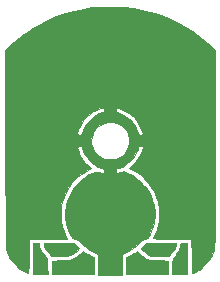
<source format=gbr>
%TF.GenerationSoftware,KiCad,Pcbnew,(5.1.10)-1*%
%TF.CreationDate,2021-10-06T18:31:44-05:00*%
%TF.ProjectId,BYTE_FSR,42595445-5f46-4535-922e-6b696361645f,rev?*%
%TF.SameCoordinates,Original*%
%TF.FileFunction,Copper,L2,Bot*%
%TF.FilePolarity,Positive*%
%FSLAX46Y46*%
G04 Gerber Fmt 4.6, Leading zero omitted, Abs format (unit mm)*
G04 Created by KiCad (PCBNEW (5.1.10)-1) date 2021-10-06 18:31:44*
%MOMM*%
%LPD*%
G01*
G04 APERTURE LIST*
%TA.AperFunction,EtchedComponent*%
%ADD10C,0.010000*%
%TD*%
%TA.AperFunction,ComponentPad*%
%ADD11C,1.000000*%
%TD*%
G04 APERTURE END LIST*
D10*
%TO.C,J1*%
G36*
X126343143Y-79585963D02*
G01*
X126776584Y-79596666D01*
X127072489Y-79607769D01*
X127332697Y-79619765D01*
X127563846Y-79633407D01*
X127772573Y-79649448D01*
X127965512Y-79668639D01*
X128149303Y-79691734D01*
X128330580Y-79719483D01*
X128515982Y-79752641D01*
X128712144Y-79791958D01*
X128925704Y-79838188D01*
X128944938Y-79842476D01*
X129673960Y-80026151D01*
X130382946Y-80247102D01*
X131072046Y-80505392D01*
X131741408Y-80801085D01*
X132391180Y-81134244D01*
X133021512Y-81504935D01*
X133401750Y-81753049D01*
X133618337Y-81903252D01*
X133828363Y-82056216D01*
X134037701Y-82216666D01*
X134252225Y-82389331D01*
X134477807Y-82578937D01*
X134720321Y-82790211D01*
X134985638Y-83027880D01*
X134986138Y-83028334D01*
X135208110Y-83229417D01*
X135208335Y-89727584D01*
X135208251Y-90613565D01*
X135207935Y-91457496D01*
X135207385Y-92259660D01*
X135206600Y-93020339D01*
X135205578Y-93739818D01*
X135204317Y-94418377D01*
X135202815Y-95056301D01*
X135201072Y-95653872D01*
X135199086Y-96211372D01*
X135196854Y-96729085D01*
X135194375Y-97207293D01*
X135191648Y-97646280D01*
X135188670Y-98046327D01*
X135185441Y-98407719D01*
X135181959Y-98730737D01*
X135178221Y-99015664D01*
X135174227Y-99262784D01*
X135169974Y-99472378D01*
X135165461Y-99644730D01*
X135160687Y-99780124D01*
X135155649Y-99878840D01*
X135150347Y-99941163D01*
X135148981Y-99951084D01*
X135105980Y-100156716D01*
X135041610Y-100373108D01*
X134961313Y-100585041D01*
X134870529Y-100777297D01*
X134824419Y-100858796D01*
X134723473Y-101008742D01*
X134596593Y-101171006D01*
X134451691Y-101337289D01*
X134296680Y-101499290D01*
X134139472Y-101648709D01*
X133987980Y-101777247D01*
X133860536Y-101869873D01*
X133786432Y-101915825D01*
X133697337Y-101967335D01*
X133600535Y-102020644D01*
X133503309Y-102071995D01*
X133412944Y-102117629D01*
X133336726Y-102153790D01*
X133281937Y-102176718D01*
X133255863Y-102182655D01*
X133255140Y-102182195D01*
X133253353Y-102159996D01*
X133251243Y-102098901D01*
X133248867Y-102002343D01*
X133246283Y-101873758D01*
X133243547Y-101716581D01*
X133240717Y-101534245D01*
X133237851Y-101330187D01*
X133235006Y-101107841D01*
X133232239Y-100870642D01*
X133230482Y-100707398D01*
X133215224Y-99242000D01*
X131795071Y-99239631D01*
X131547646Y-99239021D01*
X131308121Y-99238053D01*
X131080610Y-99236767D01*
X130869223Y-99235203D01*
X130678074Y-99233403D01*
X130511275Y-99231406D01*
X130372939Y-99229253D01*
X130267178Y-99226984D01*
X130198104Y-99224641D01*
X130182571Y-99223756D01*
X129990226Y-99210250D01*
X130133721Y-98871584D01*
X130218112Y-98666860D01*
X130286863Y-98484971D01*
X130341504Y-98317850D01*
X130383564Y-98157427D01*
X130414572Y-97995633D01*
X130436058Y-97824400D01*
X130449550Y-97635659D01*
X130456579Y-97421341D01*
X130458673Y-97173377D01*
X130458675Y-97157084D01*
X130458122Y-96966649D01*
X130456353Y-96811953D01*
X130453051Y-96686410D01*
X130447895Y-96583436D01*
X130440568Y-96496445D01*
X130430751Y-96418852D01*
X130419732Y-96352750D01*
X130346439Y-96046395D01*
X130238669Y-95729706D01*
X130100341Y-95410173D01*
X129935376Y-95095286D01*
X129747697Y-94792533D01*
X129541222Y-94509404D01*
X129321607Y-94255217D01*
X129119981Y-94056965D01*
X128905760Y-93876627D01*
X128670976Y-93708359D01*
X128407659Y-93546317D01*
X128198774Y-93431715D01*
X127927631Y-93289118D01*
X128221445Y-92990017D01*
X128388760Y-92815170D01*
X128526447Y-92660760D01*
X128638587Y-92521616D01*
X128729261Y-92392566D01*
X128802548Y-92268437D01*
X128824820Y-92225250D01*
X128866896Y-92134406D01*
X128913821Y-92023073D01*
X128961732Y-91901568D01*
X129006770Y-91780209D01*
X129045072Y-91669313D01*
X129072779Y-91579198D01*
X129084109Y-91532389D01*
X129090829Y-91479338D01*
X129079901Y-91451382D01*
X129044525Y-91432695D01*
X129040630Y-91431201D01*
X128978969Y-91413831D01*
X128904522Y-91401222D01*
X128829924Y-91394392D01*
X128767811Y-91394358D01*
X128730819Y-91402139D01*
X128726652Y-91405909D01*
X128714919Y-91435175D01*
X128695213Y-91494545D01*
X128671000Y-91573363D01*
X128660085Y-91610513D01*
X128577758Y-91836888D01*
X128462730Y-92068488D01*
X128321507Y-92294574D01*
X128160597Y-92504411D01*
X128036936Y-92638675D01*
X127876013Y-92783319D01*
X127693158Y-92920428D01*
X127498059Y-93044234D01*
X127300404Y-93148966D01*
X127109882Y-93228855D01*
X126979237Y-93268573D01*
X126900871Y-93291235D01*
X126838305Y-93315706D01*
X126803472Y-93337201D01*
X126801357Y-93339902D01*
X126792827Y-93384923D01*
X126800020Y-93468399D01*
X126810371Y-93529233D01*
X126821636Y-93590696D01*
X126832672Y-93634867D01*
X126849468Y-93662774D01*
X126878010Y-93675446D01*
X126924285Y-93673911D01*
X126994280Y-93659196D01*
X127093982Y-93632330D01*
X127214185Y-93598577D01*
X127482453Y-93523668D01*
X127753935Y-93643725D01*
X128011406Y-93764699D01*
X128237225Y-93887446D01*
X128441760Y-94018869D01*
X128635380Y-94165875D01*
X128828453Y-94335366D01*
X128911442Y-94414497D01*
X129153304Y-94662731D01*
X129359403Y-94903674D01*
X129533861Y-95144229D01*
X129680796Y-95391298D01*
X129804329Y-95651786D01*
X129908580Y-95932595D01*
X129994896Y-96229834D01*
X130039324Y-96419494D01*
X130070562Y-96597881D01*
X130089589Y-96776421D01*
X130097382Y-96966544D01*
X130094920Y-97179677D01*
X130088773Y-97326417D01*
X130066935Y-97626762D01*
X130032260Y-97895303D01*
X129982443Y-98141239D01*
X129915181Y-98373767D01*
X129828169Y-98602087D01*
X129719103Y-98835396D01*
X129702735Y-98867446D01*
X129633962Y-98995218D01*
X129575345Y-99089028D01*
X129521764Y-99154392D01*
X129468098Y-99196830D01*
X129409229Y-99221859D01*
X129364943Y-99231537D01*
X129280714Y-99249745D01*
X129204431Y-99278214D01*
X129128704Y-99321721D01*
X129046144Y-99385043D01*
X128949362Y-99472955D01*
X128868366Y-99552513D01*
X128590653Y-99808199D01*
X128299530Y-100033132D01*
X127999871Y-100224042D01*
X127696550Y-100377661D01*
X127546534Y-100438904D01*
X127337500Y-100517313D01*
X127337500Y-102332334D01*
X125305500Y-102332334D01*
X125305500Y-100515477D01*
X125130875Y-100458508D01*
X124924731Y-100377813D01*
X124703702Y-100267321D01*
X124476088Y-100132654D01*
X124250185Y-99979437D01*
X124034293Y-99813293D01*
X123836710Y-99639846D01*
X123667739Y-99466968D01*
X123583362Y-99375935D01*
X123514727Y-99312845D01*
X123452224Y-99271734D01*
X123386248Y-99246638D01*
X123307189Y-99231596D01*
X123283769Y-99228650D01*
X123174025Y-99203889D01*
X123105602Y-99165876D01*
X123070374Y-99123709D01*
X123023356Y-99049424D01*
X122968159Y-98950335D01*
X122908394Y-98833755D01*
X122847672Y-98706999D01*
X122789603Y-98577381D01*
X122737798Y-98452215D01*
X122695869Y-98338816D01*
X122692765Y-98329625D01*
X122650834Y-98198447D01*
X122617470Y-98078033D01*
X122591731Y-97960870D01*
X122572675Y-97839444D01*
X122559359Y-97706242D01*
X122550843Y-97553750D01*
X122546182Y-97374455D01*
X122544436Y-97160842D01*
X122544402Y-97146500D01*
X122544505Y-96964996D01*
X122545858Y-96819301D01*
X122548790Y-96702900D01*
X122553626Y-96609278D01*
X122560696Y-96531923D01*
X122570325Y-96464318D01*
X122581612Y-96405667D01*
X122676712Y-96053393D01*
X122810042Y-95702561D01*
X122977897Y-95360414D01*
X123176572Y-95034196D01*
X123402364Y-94731150D01*
X123490865Y-94627667D01*
X123769609Y-94345516D01*
X124076900Y-94093943D01*
X124410257Y-93874725D01*
X124767201Y-93689640D01*
X124851422Y-93652492D01*
X124975874Y-93601766D01*
X125074438Y-93569715D01*
X125158764Y-93555445D01*
X125240504Y-93558063D01*
X125331306Y-93576674D01*
X125434692Y-93607744D01*
X125552229Y-93645370D01*
X125636308Y-93670403D01*
X125693636Y-93683633D01*
X125730918Y-93685852D01*
X125754858Y-93677850D01*
X125772162Y-93660419D01*
X125780347Y-93648529D01*
X125804994Y-93592551D01*
X125821649Y-93520027D01*
X125828996Y-93444929D01*
X125825723Y-93381229D01*
X125810516Y-93342899D01*
X125809194Y-93341709D01*
X125777531Y-93324730D01*
X125715404Y-93298325D01*
X125632515Y-93266438D01*
X125559720Y-93240308D01*
X125335389Y-93154720D01*
X125142185Y-93062800D01*
X124968910Y-92957406D01*
X124804367Y-92831399D01*
X124637358Y-92677637D01*
X124569255Y-92608728D01*
X124415597Y-92435635D01*
X124273310Y-92248072D01*
X124152449Y-92059868D01*
X124099433Y-91962448D01*
X124073738Y-91904488D01*
X124039960Y-91818384D01*
X124002736Y-91716369D01*
X123971023Y-91623781D01*
X123938563Y-91529926D01*
X123909355Y-91453076D01*
X123886499Y-91400885D01*
X123873094Y-91381008D01*
X123872702Y-91381003D01*
X123736308Y-91401676D01*
X123637854Y-91420137D01*
X123573079Y-91437517D01*
X123537722Y-91454948D01*
X123527500Y-91472669D01*
X123534570Y-91509930D01*
X123553752Y-91577703D01*
X123582006Y-91666973D01*
X123616293Y-91768723D01*
X123653571Y-91873937D01*
X123690800Y-91973600D01*
X123724941Y-92058695D01*
X123725776Y-92060669D01*
X123855945Y-92320838D01*
X124021504Y-92575253D01*
X124215613Y-92815226D01*
X124431432Y-93032071D01*
X124601709Y-93173005D01*
X124658381Y-93217988D01*
X124698418Y-93253946D01*
X124712834Y-93272465D01*
X124694947Y-93287316D01*
X124646360Y-93315942D01*
X124574680Y-93354101D01*
X124495175Y-93393836D01*
X124175351Y-93568953D01*
X123862653Y-93778063D01*
X123565444Y-94014426D01*
X123292083Y-94271304D01*
X123050933Y-94541958D01*
X123015841Y-94586161D01*
X122776018Y-94927506D01*
X122572775Y-95289169D01*
X122406990Y-95668717D01*
X122279541Y-96063719D01*
X122191309Y-96471742D01*
X122143171Y-96890353D01*
X122136609Y-97019607D01*
X122140722Y-97422391D01*
X122183022Y-97815636D01*
X122264397Y-98203656D01*
X122385737Y-98590767D01*
X122535041Y-98953337D01*
X122579731Y-99051515D01*
X122617322Y-99135141D01*
X122644651Y-99197100D01*
X122658556Y-99230275D01*
X122659667Y-99233795D01*
X122639042Y-99235106D01*
X122579338Y-99236352D01*
X122483807Y-99237517D01*
X122355704Y-99238584D01*
X122198280Y-99239537D01*
X122014791Y-99240358D01*
X121808489Y-99241031D01*
X121582628Y-99241540D01*
X121340461Y-99241868D01*
X121085241Y-99241999D01*
X121053804Y-99242000D01*
X119447940Y-99242000D01*
X119432364Y-100707792D01*
X119429678Y-100952857D01*
X119426971Y-101185264D01*
X119424293Y-101401589D01*
X119421694Y-101598407D01*
X119419225Y-101772293D01*
X119416934Y-101919822D01*
X119414873Y-102037570D01*
X119413090Y-102122111D01*
X119411637Y-102170022D01*
X119410878Y-102179919D01*
X119390722Y-102173715D01*
X119339879Y-102152223D01*
X119265716Y-102118698D01*
X119175601Y-102076397D01*
X119162366Y-102070072D01*
X118841486Y-101896184D01*
X118554630Y-101698258D01*
X118333902Y-101507448D01*
X118166774Y-101335253D01*
X118020543Y-101158258D01*
X117889942Y-100968350D01*
X117769704Y-100757416D01*
X117654561Y-100517342D01*
X117584630Y-100353250D01*
X117480497Y-100099250D01*
X117467445Y-91026461D01*
X124736076Y-91026461D01*
X124737023Y-91121195D01*
X124743900Y-91200861D01*
X124757730Y-91279004D01*
X124773523Y-91345705D01*
X124856843Y-91593248D01*
X124974995Y-91817185D01*
X125126585Y-92015812D01*
X125310217Y-92187429D01*
X125524498Y-92330331D01*
X125620710Y-92380140D01*
X125853076Y-92468450D01*
X126100605Y-92519833D01*
X126356761Y-92533710D01*
X126615004Y-92509501D01*
X126752782Y-92480449D01*
X126957267Y-92415051D01*
X127140492Y-92325950D01*
X127310145Y-92208137D01*
X127473915Y-92056597D01*
X127575182Y-91944314D01*
X127693590Y-91788050D01*
X127783432Y-91627739D01*
X127847182Y-91455756D01*
X127887313Y-91264475D01*
X127906299Y-91046270D01*
X127908633Y-90916347D01*
X127898571Y-90684974D01*
X127866948Y-90483694D01*
X127810540Y-90304443D01*
X127726125Y-90139158D01*
X127610480Y-89979778D01*
X127475722Y-89833411D01*
X127341973Y-89707968D01*
X127218319Y-89611088D01*
X127092911Y-89535130D01*
X126953903Y-89472454D01*
X126866779Y-89440677D01*
X126620137Y-89374217D01*
X126382226Y-89347205D01*
X126160264Y-89357476D01*
X125900434Y-89408707D01*
X125658978Y-89494348D01*
X125439178Y-89612199D01*
X125244320Y-89760057D01*
X125077687Y-89935724D01*
X124942562Y-90136999D01*
X124912998Y-90193250D01*
X124841781Y-90352509D01*
X124791991Y-90505821D01*
X124760091Y-90667699D01*
X124742545Y-90852657D01*
X124740033Y-90903117D01*
X124736076Y-91026461D01*
X117467445Y-91026461D01*
X117466395Y-90296894D01*
X123551756Y-90296894D01*
X123552394Y-90323902D01*
X123560611Y-90358356D01*
X123582243Y-90381915D01*
X123627295Y-90401724D01*
X123686250Y-90419481D01*
X123774947Y-90443005D01*
X123835178Y-90450505D01*
X123875580Y-90436683D01*
X123904792Y-90396245D01*
X123931451Y-90323895D01*
X123951647Y-90256750D01*
X123999209Y-90106588D01*
X124048171Y-89979556D01*
X124106177Y-89858424D01*
X124180866Y-89725963D01*
X124204454Y-89686730D01*
X124396135Y-89409935D01*
X124615529Y-89164447D01*
X124860978Y-88951526D01*
X125130823Y-88772435D01*
X125423405Y-88628438D01*
X125736343Y-88520994D01*
X125860269Y-88486861D01*
X125845454Y-88387556D01*
X125845349Y-88387036D01*
X126790519Y-88387036D01*
X126798934Y-88434490D01*
X126825143Y-88471921D01*
X126875028Y-88505057D01*
X126954469Y-88539630D01*
X127052177Y-88575325D01*
X127344564Y-88695651D01*
X127607752Y-88841432D01*
X127849567Y-89017593D01*
X128057167Y-89207975D01*
X128244502Y-89415638D01*
X128398039Y-89628505D01*
X128524196Y-89857166D01*
X128629391Y-90112213D01*
X128660553Y-90203834D01*
X128689338Y-90287950D01*
X128716122Y-90358360D01*
X128736560Y-90403925D01*
X128742011Y-90412730D01*
X128775017Y-90426841D01*
X128835279Y-90432720D01*
X128908674Y-90431082D01*
X128981081Y-90422644D01*
X129038378Y-90408121D01*
X129059828Y-90396620D01*
X129075409Y-90374668D01*
X129079688Y-90339186D01*
X129071734Y-90283648D01*
X129050619Y-90201528D01*
X129015767Y-90087417D01*
X128961030Y-89935826D01*
X128889287Y-89767415D01*
X128807223Y-89596016D01*
X128721522Y-89435458D01*
X128638868Y-89299572D01*
X128625297Y-89279478D01*
X128526631Y-89150650D01*
X128402336Y-89010468D01*
X128262980Y-88869531D01*
X128119133Y-88738437D01*
X127981361Y-88627784D01*
X127959801Y-88612122D01*
X127791640Y-88501280D01*
X127612065Y-88399218D01*
X127429716Y-88309847D01*
X127253230Y-88237080D01*
X127091245Y-88184829D01*
X126955796Y-88157405D01*
X126885661Y-88155276D01*
X126840111Y-88173701D01*
X126812660Y-88219355D01*
X126796817Y-88298913D01*
X126794017Y-88323830D01*
X126790519Y-88387036D01*
X125845349Y-88387036D01*
X125829780Y-88309946D01*
X125808694Y-88237155D01*
X125801983Y-88219459D01*
X125780460Y-88180747D01*
X125750450Y-88158374D01*
X125705083Y-88152049D01*
X125637489Y-88161477D01*
X125540798Y-88186367D01*
X125475926Y-88205570D01*
X125178175Y-88317050D01*
X124890598Y-88466013D01*
X124618876Y-88648089D01*
X124368691Y-88858906D01*
X124145722Y-89094094D01*
X123955650Y-89349283D01*
X123923515Y-89400009D01*
X123844409Y-89536842D01*
X123769303Y-89682390D01*
X123700996Y-89829681D01*
X123642288Y-89971746D01*
X123595979Y-90101617D01*
X123564869Y-90212322D01*
X123551756Y-90296894D01*
X117466395Y-90296894D01*
X117456243Y-83240290D01*
X117745496Y-82967044D01*
X118161897Y-82588791D01*
X118576211Y-82243797D01*
X118998024Y-81924629D01*
X119436920Y-81623853D01*
X119664584Y-81478778D01*
X120280203Y-81120137D01*
X120920092Y-80795167D01*
X121581431Y-80505006D01*
X122261404Y-80250794D01*
X122957190Y-80033668D01*
X123665972Y-79854768D01*
X123707417Y-79845589D01*
X124085980Y-79767821D01*
X124450740Y-79704677D01*
X124809572Y-79655519D01*
X125170353Y-79619707D01*
X125540957Y-79596603D01*
X125929262Y-79585568D01*
X126343143Y-79585963D01*
G37*
X126343143Y-79585963D02*
X126776584Y-79596666D01*
X127072489Y-79607769D01*
X127332697Y-79619765D01*
X127563846Y-79633407D01*
X127772573Y-79649448D01*
X127965512Y-79668639D01*
X128149303Y-79691734D01*
X128330580Y-79719483D01*
X128515982Y-79752641D01*
X128712144Y-79791958D01*
X128925704Y-79838188D01*
X128944938Y-79842476D01*
X129673960Y-80026151D01*
X130382946Y-80247102D01*
X131072046Y-80505392D01*
X131741408Y-80801085D01*
X132391180Y-81134244D01*
X133021512Y-81504935D01*
X133401750Y-81753049D01*
X133618337Y-81903252D01*
X133828363Y-82056216D01*
X134037701Y-82216666D01*
X134252225Y-82389331D01*
X134477807Y-82578937D01*
X134720321Y-82790211D01*
X134985638Y-83027880D01*
X134986138Y-83028334D01*
X135208110Y-83229417D01*
X135208335Y-89727584D01*
X135208251Y-90613565D01*
X135207935Y-91457496D01*
X135207385Y-92259660D01*
X135206600Y-93020339D01*
X135205578Y-93739818D01*
X135204317Y-94418377D01*
X135202815Y-95056301D01*
X135201072Y-95653872D01*
X135199086Y-96211372D01*
X135196854Y-96729085D01*
X135194375Y-97207293D01*
X135191648Y-97646280D01*
X135188670Y-98046327D01*
X135185441Y-98407719D01*
X135181959Y-98730737D01*
X135178221Y-99015664D01*
X135174227Y-99262784D01*
X135169974Y-99472378D01*
X135165461Y-99644730D01*
X135160687Y-99780124D01*
X135155649Y-99878840D01*
X135150347Y-99941163D01*
X135148981Y-99951084D01*
X135105980Y-100156716D01*
X135041610Y-100373108D01*
X134961313Y-100585041D01*
X134870529Y-100777297D01*
X134824419Y-100858796D01*
X134723473Y-101008742D01*
X134596593Y-101171006D01*
X134451691Y-101337289D01*
X134296680Y-101499290D01*
X134139472Y-101648709D01*
X133987980Y-101777247D01*
X133860536Y-101869873D01*
X133786432Y-101915825D01*
X133697337Y-101967335D01*
X133600535Y-102020644D01*
X133503309Y-102071995D01*
X133412944Y-102117629D01*
X133336726Y-102153790D01*
X133281937Y-102176718D01*
X133255863Y-102182655D01*
X133255140Y-102182195D01*
X133253353Y-102159996D01*
X133251243Y-102098901D01*
X133248867Y-102002343D01*
X133246283Y-101873758D01*
X133243547Y-101716581D01*
X133240717Y-101534245D01*
X133237851Y-101330187D01*
X133235006Y-101107841D01*
X133232239Y-100870642D01*
X133230482Y-100707398D01*
X133215224Y-99242000D01*
X131795071Y-99239631D01*
X131547646Y-99239021D01*
X131308121Y-99238053D01*
X131080610Y-99236767D01*
X130869223Y-99235203D01*
X130678074Y-99233403D01*
X130511275Y-99231406D01*
X130372939Y-99229253D01*
X130267178Y-99226984D01*
X130198104Y-99224641D01*
X130182571Y-99223756D01*
X129990226Y-99210250D01*
X130133721Y-98871584D01*
X130218112Y-98666860D01*
X130286863Y-98484971D01*
X130341504Y-98317850D01*
X130383564Y-98157427D01*
X130414572Y-97995633D01*
X130436058Y-97824400D01*
X130449550Y-97635659D01*
X130456579Y-97421341D01*
X130458673Y-97173377D01*
X130458675Y-97157084D01*
X130458122Y-96966649D01*
X130456353Y-96811953D01*
X130453051Y-96686410D01*
X130447895Y-96583436D01*
X130440568Y-96496445D01*
X130430751Y-96418852D01*
X130419732Y-96352750D01*
X130346439Y-96046395D01*
X130238669Y-95729706D01*
X130100341Y-95410173D01*
X129935376Y-95095286D01*
X129747697Y-94792533D01*
X129541222Y-94509404D01*
X129321607Y-94255217D01*
X129119981Y-94056965D01*
X128905760Y-93876627D01*
X128670976Y-93708359D01*
X128407659Y-93546317D01*
X128198774Y-93431715D01*
X127927631Y-93289118D01*
X128221445Y-92990017D01*
X128388760Y-92815170D01*
X128526447Y-92660760D01*
X128638587Y-92521616D01*
X128729261Y-92392566D01*
X128802548Y-92268437D01*
X128824820Y-92225250D01*
X128866896Y-92134406D01*
X128913821Y-92023073D01*
X128961732Y-91901568D01*
X129006770Y-91780209D01*
X129045072Y-91669313D01*
X129072779Y-91579198D01*
X129084109Y-91532389D01*
X129090829Y-91479338D01*
X129079901Y-91451382D01*
X129044525Y-91432695D01*
X129040630Y-91431201D01*
X128978969Y-91413831D01*
X128904522Y-91401222D01*
X128829924Y-91394392D01*
X128767811Y-91394358D01*
X128730819Y-91402139D01*
X128726652Y-91405909D01*
X128714919Y-91435175D01*
X128695213Y-91494545D01*
X128671000Y-91573363D01*
X128660085Y-91610513D01*
X128577758Y-91836888D01*
X128462730Y-92068488D01*
X128321507Y-92294574D01*
X128160597Y-92504411D01*
X128036936Y-92638675D01*
X127876013Y-92783319D01*
X127693158Y-92920428D01*
X127498059Y-93044234D01*
X127300404Y-93148966D01*
X127109882Y-93228855D01*
X126979237Y-93268573D01*
X126900871Y-93291235D01*
X126838305Y-93315706D01*
X126803472Y-93337201D01*
X126801357Y-93339902D01*
X126792827Y-93384923D01*
X126800020Y-93468399D01*
X126810371Y-93529233D01*
X126821636Y-93590696D01*
X126832672Y-93634867D01*
X126849468Y-93662774D01*
X126878010Y-93675446D01*
X126924285Y-93673911D01*
X126994280Y-93659196D01*
X127093982Y-93632330D01*
X127214185Y-93598577D01*
X127482453Y-93523668D01*
X127753935Y-93643725D01*
X128011406Y-93764699D01*
X128237225Y-93887446D01*
X128441760Y-94018869D01*
X128635380Y-94165875D01*
X128828453Y-94335366D01*
X128911442Y-94414497D01*
X129153304Y-94662731D01*
X129359403Y-94903674D01*
X129533861Y-95144229D01*
X129680796Y-95391298D01*
X129804329Y-95651786D01*
X129908580Y-95932595D01*
X129994896Y-96229834D01*
X130039324Y-96419494D01*
X130070562Y-96597881D01*
X130089589Y-96776421D01*
X130097382Y-96966544D01*
X130094920Y-97179677D01*
X130088773Y-97326417D01*
X130066935Y-97626762D01*
X130032260Y-97895303D01*
X129982443Y-98141239D01*
X129915181Y-98373767D01*
X129828169Y-98602087D01*
X129719103Y-98835396D01*
X129702735Y-98867446D01*
X129633962Y-98995218D01*
X129575345Y-99089028D01*
X129521764Y-99154392D01*
X129468098Y-99196830D01*
X129409229Y-99221859D01*
X129364943Y-99231537D01*
X129280714Y-99249745D01*
X129204431Y-99278214D01*
X129128704Y-99321721D01*
X129046144Y-99385043D01*
X128949362Y-99472955D01*
X128868366Y-99552513D01*
X128590653Y-99808199D01*
X128299530Y-100033132D01*
X127999871Y-100224042D01*
X127696550Y-100377661D01*
X127546534Y-100438904D01*
X127337500Y-100517313D01*
X127337500Y-102332334D01*
X125305500Y-102332334D01*
X125305500Y-100515477D01*
X125130875Y-100458508D01*
X124924731Y-100377813D01*
X124703702Y-100267321D01*
X124476088Y-100132654D01*
X124250185Y-99979437D01*
X124034293Y-99813293D01*
X123836710Y-99639846D01*
X123667739Y-99466968D01*
X123583362Y-99375935D01*
X123514727Y-99312845D01*
X123452224Y-99271734D01*
X123386248Y-99246638D01*
X123307189Y-99231596D01*
X123283769Y-99228650D01*
X123174025Y-99203889D01*
X123105602Y-99165876D01*
X123070374Y-99123709D01*
X123023356Y-99049424D01*
X122968159Y-98950335D01*
X122908394Y-98833755D01*
X122847672Y-98706999D01*
X122789603Y-98577381D01*
X122737798Y-98452215D01*
X122695869Y-98338816D01*
X122692765Y-98329625D01*
X122650834Y-98198447D01*
X122617470Y-98078033D01*
X122591731Y-97960870D01*
X122572675Y-97839444D01*
X122559359Y-97706242D01*
X122550843Y-97553750D01*
X122546182Y-97374455D01*
X122544436Y-97160842D01*
X122544402Y-97146500D01*
X122544505Y-96964996D01*
X122545858Y-96819301D01*
X122548790Y-96702900D01*
X122553626Y-96609278D01*
X122560696Y-96531923D01*
X122570325Y-96464318D01*
X122581612Y-96405667D01*
X122676712Y-96053393D01*
X122810042Y-95702561D01*
X122977897Y-95360414D01*
X123176572Y-95034196D01*
X123402364Y-94731150D01*
X123490865Y-94627667D01*
X123769609Y-94345516D01*
X124076900Y-94093943D01*
X124410257Y-93874725D01*
X124767201Y-93689640D01*
X124851422Y-93652492D01*
X124975874Y-93601766D01*
X125074438Y-93569715D01*
X125158764Y-93555445D01*
X125240504Y-93558063D01*
X125331306Y-93576674D01*
X125434692Y-93607744D01*
X125552229Y-93645370D01*
X125636308Y-93670403D01*
X125693636Y-93683633D01*
X125730918Y-93685852D01*
X125754858Y-93677850D01*
X125772162Y-93660419D01*
X125780347Y-93648529D01*
X125804994Y-93592551D01*
X125821649Y-93520027D01*
X125828996Y-93444929D01*
X125825723Y-93381229D01*
X125810516Y-93342899D01*
X125809194Y-93341709D01*
X125777531Y-93324730D01*
X125715404Y-93298325D01*
X125632515Y-93266438D01*
X125559720Y-93240308D01*
X125335389Y-93154720D01*
X125142185Y-93062800D01*
X124968910Y-92957406D01*
X124804367Y-92831399D01*
X124637358Y-92677637D01*
X124569255Y-92608728D01*
X124415597Y-92435635D01*
X124273310Y-92248072D01*
X124152449Y-92059868D01*
X124099433Y-91962448D01*
X124073738Y-91904488D01*
X124039960Y-91818384D01*
X124002736Y-91716369D01*
X123971023Y-91623781D01*
X123938563Y-91529926D01*
X123909355Y-91453076D01*
X123886499Y-91400885D01*
X123873094Y-91381008D01*
X123872702Y-91381003D01*
X123736308Y-91401676D01*
X123637854Y-91420137D01*
X123573079Y-91437517D01*
X123537722Y-91454948D01*
X123527500Y-91472669D01*
X123534570Y-91509930D01*
X123553752Y-91577703D01*
X123582006Y-91666973D01*
X123616293Y-91768723D01*
X123653571Y-91873937D01*
X123690800Y-91973600D01*
X123724941Y-92058695D01*
X123725776Y-92060669D01*
X123855945Y-92320838D01*
X124021504Y-92575253D01*
X124215613Y-92815226D01*
X124431432Y-93032071D01*
X124601709Y-93173005D01*
X124658381Y-93217988D01*
X124698418Y-93253946D01*
X124712834Y-93272465D01*
X124694947Y-93287316D01*
X124646360Y-93315942D01*
X124574680Y-93354101D01*
X124495175Y-93393836D01*
X124175351Y-93568953D01*
X123862653Y-93778063D01*
X123565444Y-94014426D01*
X123292083Y-94271304D01*
X123050933Y-94541958D01*
X123015841Y-94586161D01*
X122776018Y-94927506D01*
X122572775Y-95289169D01*
X122406990Y-95668717D01*
X122279541Y-96063719D01*
X122191309Y-96471742D01*
X122143171Y-96890353D01*
X122136609Y-97019607D01*
X122140722Y-97422391D01*
X122183022Y-97815636D01*
X122264397Y-98203656D01*
X122385737Y-98590767D01*
X122535041Y-98953337D01*
X122579731Y-99051515D01*
X122617322Y-99135141D01*
X122644651Y-99197100D01*
X122658556Y-99230275D01*
X122659667Y-99233795D01*
X122639042Y-99235106D01*
X122579338Y-99236352D01*
X122483807Y-99237517D01*
X122355704Y-99238584D01*
X122198280Y-99239537D01*
X122014791Y-99240358D01*
X121808489Y-99241031D01*
X121582628Y-99241540D01*
X121340461Y-99241868D01*
X121085241Y-99241999D01*
X121053804Y-99242000D01*
X119447940Y-99242000D01*
X119432364Y-100707792D01*
X119429678Y-100952857D01*
X119426971Y-101185264D01*
X119424293Y-101401589D01*
X119421694Y-101598407D01*
X119419225Y-101772293D01*
X119416934Y-101919822D01*
X119414873Y-102037570D01*
X119413090Y-102122111D01*
X119411637Y-102170022D01*
X119410878Y-102179919D01*
X119390722Y-102173715D01*
X119339879Y-102152223D01*
X119265716Y-102118698D01*
X119175601Y-102076397D01*
X119162366Y-102070072D01*
X118841486Y-101896184D01*
X118554630Y-101698258D01*
X118333902Y-101507448D01*
X118166774Y-101335253D01*
X118020543Y-101158258D01*
X117889942Y-100968350D01*
X117769704Y-100757416D01*
X117654561Y-100517342D01*
X117584630Y-100353250D01*
X117480497Y-100099250D01*
X117467445Y-91026461D01*
X124736076Y-91026461D01*
X124737023Y-91121195D01*
X124743900Y-91200861D01*
X124757730Y-91279004D01*
X124773523Y-91345705D01*
X124856843Y-91593248D01*
X124974995Y-91817185D01*
X125126585Y-92015812D01*
X125310217Y-92187429D01*
X125524498Y-92330331D01*
X125620710Y-92380140D01*
X125853076Y-92468450D01*
X126100605Y-92519833D01*
X126356761Y-92533710D01*
X126615004Y-92509501D01*
X126752782Y-92480449D01*
X126957267Y-92415051D01*
X127140492Y-92325950D01*
X127310145Y-92208137D01*
X127473915Y-92056597D01*
X127575182Y-91944314D01*
X127693590Y-91788050D01*
X127783432Y-91627739D01*
X127847182Y-91455756D01*
X127887313Y-91264475D01*
X127906299Y-91046270D01*
X127908633Y-90916347D01*
X127898571Y-90684974D01*
X127866948Y-90483694D01*
X127810540Y-90304443D01*
X127726125Y-90139158D01*
X127610480Y-89979778D01*
X127475722Y-89833411D01*
X127341973Y-89707968D01*
X127218319Y-89611088D01*
X127092911Y-89535130D01*
X126953903Y-89472454D01*
X126866779Y-89440677D01*
X126620137Y-89374217D01*
X126382226Y-89347205D01*
X126160264Y-89357476D01*
X125900434Y-89408707D01*
X125658978Y-89494348D01*
X125439178Y-89612199D01*
X125244320Y-89760057D01*
X125077687Y-89935724D01*
X124942562Y-90136999D01*
X124912998Y-90193250D01*
X124841781Y-90352509D01*
X124791991Y-90505821D01*
X124760091Y-90667699D01*
X124742545Y-90852657D01*
X124740033Y-90903117D01*
X124736076Y-91026461D01*
X117467445Y-91026461D01*
X117466395Y-90296894D01*
X123551756Y-90296894D01*
X123552394Y-90323902D01*
X123560611Y-90358356D01*
X123582243Y-90381915D01*
X123627295Y-90401724D01*
X123686250Y-90419481D01*
X123774947Y-90443005D01*
X123835178Y-90450505D01*
X123875580Y-90436683D01*
X123904792Y-90396245D01*
X123931451Y-90323895D01*
X123951647Y-90256750D01*
X123999209Y-90106588D01*
X124048171Y-89979556D01*
X124106177Y-89858424D01*
X124180866Y-89725963D01*
X124204454Y-89686730D01*
X124396135Y-89409935D01*
X124615529Y-89164447D01*
X124860978Y-88951526D01*
X125130823Y-88772435D01*
X125423405Y-88628438D01*
X125736343Y-88520994D01*
X125860269Y-88486861D01*
X125845454Y-88387556D01*
X125845349Y-88387036D01*
X126790519Y-88387036D01*
X126798934Y-88434490D01*
X126825143Y-88471921D01*
X126875028Y-88505057D01*
X126954469Y-88539630D01*
X127052177Y-88575325D01*
X127344564Y-88695651D01*
X127607752Y-88841432D01*
X127849567Y-89017593D01*
X128057167Y-89207975D01*
X128244502Y-89415638D01*
X128398039Y-89628505D01*
X128524196Y-89857166D01*
X128629391Y-90112213D01*
X128660553Y-90203834D01*
X128689338Y-90287950D01*
X128716122Y-90358360D01*
X128736560Y-90403925D01*
X128742011Y-90412730D01*
X128775017Y-90426841D01*
X128835279Y-90432720D01*
X128908674Y-90431082D01*
X128981081Y-90422644D01*
X129038378Y-90408121D01*
X129059828Y-90396620D01*
X129075409Y-90374668D01*
X129079688Y-90339186D01*
X129071734Y-90283648D01*
X129050619Y-90201528D01*
X129015767Y-90087417D01*
X128961030Y-89935826D01*
X128889287Y-89767415D01*
X128807223Y-89596016D01*
X128721522Y-89435458D01*
X128638868Y-89299572D01*
X128625297Y-89279478D01*
X128526631Y-89150650D01*
X128402336Y-89010468D01*
X128262980Y-88869531D01*
X128119133Y-88738437D01*
X127981361Y-88627784D01*
X127959801Y-88612122D01*
X127791640Y-88501280D01*
X127612065Y-88399218D01*
X127429716Y-88309847D01*
X127253230Y-88237080D01*
X127091245Y-88184829D01*
X126955796Y-88157405D01*
X126885661Y-88155276D01*
X126840111Y-88173701D01*
X126812660Y-88219355D01*
X126796817Y-88298913D01*
X126794017Y-88323830D01*
X126790519Y-88387036D01*
X125845349Y-88387036D01*
X125829780Y-88309946D01*
X125808694Y-88237155D01*
X125801983Y-88219459D01*
X125780460Y-88180747D01*
X125750450Y-88158374D01*
X125705083Y-88152049D01*
X125637489Y-88161477D01*
X125540798Y-88186367D01*
X125475926Y-88205570D01*
X125178175Y-88317050D01*
X124890598Y-88466013D01*
X124618876Y-88648089D01*
X124368691Y-88858906D01*
X124145722Y-89094094D01*
X123955650Y-89349283D01*
X123923515Y-89400009D01*
X123844409Y-89536842D01*
X123769303Y-89682390D01*
X123700996Y-89829681D01*
X123642288Y-89971746D01*
X123595979Y-90101617D01*
X123564869Y-90212322D01*
X123551756Y-90296894D01*
X117466395Y-90296894D01*
X117456243Y-83240290D01*
X117745496Y-82967044D01*
X118161897Y-82588791D01*
X118576211Y-82243797D01*
X118998024Y-81924629D01*
X119436920Y-81623853D01*
X119664584Y-81478778D01*
X120280203Y-81120137D01*
X120920092Y-80795167D01*
X121581431Y-80505006D01*
X122261404Y-80250794D01*
X122957190Y-80033668D01*
X123665972Y-79854768D01*
X123707417Y-79845589D01*
X124085980Y-79767821D01*
X124450740Y-79704677D01*
X124809572Y-79655519D01*
X125170353Y-79619707D01*
X125540957Y-79596603D01*
X125929262Y-79585568D01*
X126343143Y-79585963D01*
G36*
X120299030Y-99723542D02*
G01*
X120342040Y-99927161D01*
X120421690Y-100127996D01*
X120539660Y-100329476D01*
X120696040Y-100533167D01*
X120814886Y-100678383D01*
X120903048Y-100800121D01*
X120962717Y-100901572D01*
X120986663Y-100956500D01*
X120996529Y-101003467D01*
X121005069Y-101087391D01*
X121012354Y-101209537D01*
X121018455Y-101371169D01*
X121023443Y-101573554D01*
X121024486Y-101628542D01*
X121035266Y-102226500D01*
X119802167Y-102226500D01*
X119802167Y-101197960D01*
X119958002Y-101197960D01*
X119961400Y-101238003D01*
X120003523Y-101351892D01*
X120073825Y-101442872D01*
X120164965Y-101507118D01*
X120269599Y-101540807D01*
X120380387Y-101540117D01*
X120478561Y-101507313D01*
X120575142Y-101436899D01*
X120637455Y-101341645D01*
X120665556Y-101221467D01*
X120665560Y-101221425D01*
X120656993Y-101101138D01*
X120614295Y-100996639D01*
X120543402Y-100913459D01*
X120450248Y-100857127D01*
X120340771Y-100833172D01*
X120255143Y-100839082D01*
X120169604Y-100873067D01*
X120089672Y-100936063D01*
X120022796Y-101017954D01*
X119976423Y-101108625D01*
X119958002Y-101197960D01*
X119802167Y-101197960D01*
X119802167Y-99601834D01*
X120284122Y-99601834D01*
X120299030Y-99723542D01*
G37*
X120299030Y-99723542D02*
X120342040Y-99927161D01*
X120421690Y-100127996D01*
X120539660Y-100329476D01*
X120696040Y-100533167D01*
X120814886Y-100678383D01*
X120903048Y-100800121D01*
X120962717Y-100901572D01*
X120986663Y-100956500D01*
X120996529Y-101003467D01*
X121005069Y-101087391D01*
X121012354Y-101209537D01*
X121018455Y-101371169D01*
X121023443Y-101573554D01*
X121024486Y-101628542D01*
X121035266Y-102226500D01*
X119802167Y-102226500D01*
X119802167Y-101197960D01*
X119958002Y-101197960D01*
X119961400Y-101238003D01*
X120003523Y-101351892D01*
X120073825Y-101442872D01*
X120164965Y-101507118D01*
X120269599Y-101540807D01*
X120380387Y-101540117D01*
X120478561Y-101507313D01*
X120575142Y-101436899D01*
X120637455Y-101341645D01*
X120665556Y-101221467D01*
X120665560Y-101221425D01*
X120656993Y-101101138D01*
X120614295Y-100996639D01*
X120543402Y-100913459D01*
X120450248Y-100857127D01*
X120340771Y-100833172D01*
X120255143Y-100839082D01*
X120169604Y-100873067D01*
X120089672Y-100936063D01*
X120022796Y-101017954D01*
X119976423Y-101108625D01*
X119958002Y-101197960D01*
X119802167Y-101197960D01*
X119802167Y-99601834D01*
X120284122Y-99601834D01*
X120299030Y-99723542D01*
G36*
X124220223Y-100436375D02*
G01*
X124333041Y-100502391D01*
X124465530Y-100574786D01*
X124598455Y-100643256D01*
X124680334Y-100682809D01*
X124924500Y-100796431D01*
X124924500Y-102226500D01*
X121389667Y-102226500D01*
X121389667Y-101146162D01*
X123982219Y-101146162D01*
X123986156Y-101253337D01*
X124023926Y-101357016D01*
X124094285Y-101449531D01*
X124171206Y-101509142D01*
X124258087Y-101541166D01*
X124360906Y-101548580D01*
X124461267Y-101531532D01*
X124518272Y-101506317D01*
X124585652Y-101443248D01*
X124637017Y-101352185D01*
X124665968Y-101246361D01*
X124670035Y-101192532D01*
X124652943Y-101072819D01*
X124604788Y-100975052D01*
X124532223Y-100901947D01*
X124441898Y-100856218D01*
X124340464Y-100840581D01*
X124234573Y-100857751D01*
X124130874Y-100910441D01*
X124080823Y-100952012D01*
X124013360Y-101043164D01*
X123982219Y-101146162D01*
X121389667Y-101146162D01*
X121389667Y-101108467D01*
X121564292Y-101096686D01*
X121635566Y-101092917D01*
X121740720Y-101088738D01*
X121871305Y-101084417D01*
X122018871Y-101080220D01*
X122174972Y-101076414D01*
X122268084Y-101074452D01*
X122421636Y-101070554D01*
X122568320Y-101065228D01*
X122700513Y-101058875D01*
X122810595Y-101051893D01*
X122890945Y-101044684D01*
X122923738Y-101040043D01*
X123099275Y-100991134D01*
X123276694Y-100909626D01*
X123459248Y-100793531D01*
X123650191Y-100640862D01*
X123792348Y-100509456D01*
X124004278Y-100303562D01*
X124220223Y-100436375D01*
G37*
X124220223Y-100436375D02*
X124333041Y-100502391D01*
X124465530Y-100574786D01*
X124598455Y-100643256D01*
X124680334Y-100682809D01*
X124924500Y-100796431D01*
X124924500Y-102226500D01*
X121389667Y-102226500D01*
X121389667Y-101146162D01*
X123982219Y-101146162D01*
X123986156Y-101253337D01*
X124023926Y-101357016D01*
X124094285Y-101449531D01*
X124171206Y-101509142D01*
X124258087Y-101541166D01*
X124360906Y-101548580D01*
X124461267Y-101531532D01*
X124518272Y-101506317D01*
X124585652Y-101443248D01*
X124637017Y-101352185D01*
X124665968Y-101246361D01*
X124670035Y-101192532D01*
X124652943Y-101072819D01*
X124604788Y-100975052D01*
X124532223Y-100901947D01*
X124441898Y-100856218D01*
X124340464Y-100840581D01*
X124234573Y-100857751D01*
X124130874Y-100910441D01*
X124080823Y-100952012D01*
X124013360Y-101043164D01*
X123982219Y-101146162D01*
X121389667Y-101146162D01*
X121389667Y-101108467D01*
X121564292Y-101096686D01*
X121635566Y-101092917D01*
X121740720Y-101088738D01*
X121871305Y-101084417D01*
X122018871Y-101080220D01*
X122174972Y-101076414D01*
X122268084Y-101074452D01*
X122421636Y-101070554D01*
X122568320Y-101065228D01*
X122700513Y-101058875D01*
X122810595Y-101051893D01*
X122890945Y-101044684D01*
X122923738Y-101040043D01*
X123099275Y-100991134D01*
X123276694Y-100909626D01*
X123459248Y-100793531D01*
X123650191Y-100640862D01*
X123792348Y-100509456D01*
X124004278Y-100303562D01*
X124220223Y-100436375D01*
G36*
X128826460Y-100495363D02*
G01*
X129016853Y-100672019D01*
X129210345Y-100820152D01*
X129400553Y-100935154D01*
X129500147Y-100982062D01*
X129583451Y-101010827D01*
X129685639Y-101034190D01*
X129810669Y-101052517D01*
X129962501Y-101066175D01*
X130145093Y-101075529D01*
X130362404Y-101080946D01*
X130588770Y-101082753D01*
X130722792Y-101083768D01*
X130852149Y-101086108D01*
X130966807Y-101089492D01*
X131056730Y-101093639D01*
X131102062Y-101097099D01*
X131232167Y-101110697D01*
X131232167Y-102226500D01*
X127697334Y-102226500D01*
X127697334Y-101234949D01*
X127972391Y-101234949D01*
X128001849Y-101342535D01*
X128067701Y-101439669D01*
X128140176Y-101501038D01*
X128239139Y-101543445D01*
X128348090Y-101547455D01*
X128459739Y-101513319D01*
X128504340Y-101488522D01*
X128597308Y-101407605D01*
X128653013Y-101306764D01*
X128671000Y-101190375D01*
X128655699Y-101085511D01*
X128606731Y-100993529D01*
X128536070Y-100919336D01*
X128435388Y-100855448D01*
X128328937Y-100832411D01*
X128222016Y-100850213D01*
X128119924Y-100908846D01*
X128106478Y-100920172D01*
X128024295Y-101016700D01*
X127979736Y-101123982D01*
X127972391Y-101234949D01*
X127697334Y-101234949D01*
X127697334Y-100808636D01*
X127969652Y-100672177D01*
X128090008Y-100610264D01*
X128217773Y-100541872D01*
X128337890Y-100475211D01*
X128435296Y-100418489D01*
X128437320Y-100417264D01*
X128632669Y-100298809D01*
X128826460Y-100495363D01*
G37*
X128826460Y-100495363D02*
X129016853Y-100672019D01*
X129210345Y-100820152D01*
X129400553Y-100935154D01*
X129500147Y-100982062D01*
X129583451Y-101010827D01*
X129685639Y-101034190D01*
X129810669Y-101052517D01*
X129962501Y-101066175D01*
X130145093Y-101075529D01*
X130362404Y-101080946D01*
X130588770Y-101082753D01*
X130722792Y-101083768D01*
X130852149Y-101086108D01*
X130966807Y-101089492D01*
X131056730Y-101093639D01*
X131102062Y-101097099D01*
X131232167Y-101110697D01*
X131232167Y-102226500D01*
X127697334Y-102226500D01*
X127697334Y-101234949D01*
X127972391Y-101234949D01*
X128001849Y-101342535D01*
X128067701Y-101439669D01*
X128140176Y-101501038D01*
X128239139Y-101543445D01*
X128348090Y-101547455D01*
X128459739Y-101513319D01*
X128504340Y-101488522D01*
X128597308Y-101407605D01*
X128653013Y-101306764D01*
X128671000Y-101190375D01*
X128655699Y-101085511D01*
X128606731Y-100993529D01*
X128536070Y-100919336D01*
X128435388Y-100855448D01*
X128328937Y-100832411D01*
X128222016Y-100850213D01*
X128119924Y-100908846D01*
X128106478Y-100920172D01*
X128024295Y-101016700D01*
X127979736Y-101123982D01*
X127972391Y-101234949D01*
X127697334Y-101234949D01*
X127697334Y-100808636D01*
X127969652Y-100672177D01*
X128090008Y-100610264D01*
X128217773Y-100541872D01*
X128337890Y-100475211D01*
X128435296Y-100418489D01*
X128437320Y-100417264D01*
X128632669Y-100298809D01*
X128826460Y-100495363D01*
G36*
X132819667Y-102226500D02*
G01*
X131592000Y-102226500D01*
X131592368Y-101723792D01*
X131593847Y-101511655D01*
X131599068Y-101335523D01*
X131608751Y-101202346D01*
X131973000Y-101202346D01*
X131992135Y-101298988D01*
X132043724Y-101393351D01*
X132119044Y-101473331D01*
X132205834Y-101525445D01*
X132288532Y-101544098D01*
X132384005Y-101545373D01*
X132471101Y-101529851D01*
X132502395Y-101517299D01*
X132560033Y-101469836D01*
X132615407Y-101394568D01*
X132659769Y-101305521D01*
X132682456Y-101228542D01*
X132684019Y-101150032D01*
X132657372Y-101062852D01*
X132654153Y-101055456D01*
X132591392Y-100957110D01*
X132509164Y-100890330D01*
X132414434Y-100853612D01*
X132314167Y-100845455D01*
X132215329Y-100864357D01*
X132124886Y-100908815D01*
X132049803Y-100977328D01*
X131997044Y-101068393D01*
X131973576Y-101180508D01*
X131973000Y-101202346D01*
X131608751Y-101202346D01*
X131609713Y-101189118D01*
X131627466Y-101066162D01*
X131654010Y-100960375D01*
X131691027Y-100865481D01*
X131740202Y-100775200D01*
X131803217Y-100683254D01*
X131881756Y-100583366D01*
X131905962Y-100554076D01*
X132034390Y-100390508D01*
X132131930Y-100243235D01*
X132202375Y-100104276D01*
X132249519Y-99965650D01*
X132277155Y-99819377D01*
X132283319Y-99760268D01*
X132296712Y-99601834D01*
X132819667Y-99601834D01*
X132819667Y-102226500D01*
G37*
X132819667Y-102226500D02*
X131592000Y-102226500D01*
X131592368Y-101723792D01*
X131593847Y-101511655D01*
X131599068Y-101335523D01*
X131608751Y-101202346D01*
X131973000Y-101202346D01*
X131992135Y-101298988D01*
X132043724Y-101393351D01*
X132119044Y-101473331D01*
X132205834Y-101525445D01*
X132288532Y-101544098D01*
X132384005Y-101545373D01*
X132471101Y-101529851D01*
X132502395Y-101517299D01*
X132560033Y-101469836D01*
X132615407Y-101394568D01*
X132659769Y-101305521D01*
X132682456Y-101228542D01*
X132684019Y-101150032D01*
X132657372Y-101062852D01*
X132654153Y-101055456D01*
X132591392Y-100957110D01*
X132509164Y-100890330D01*
X132414434Y-100853612D01*
X132314167Y-100845455D01*
X132215329Y-100864357D01*
X132124886Y-100908815D01*
X132049803Y-100977328D01*
X131997044Y-101068393D01*
X131973576Y-101180508D01*
X131973000Y-101202346D01*
X131608751Y-101202346D01*
X131609713Y-101189118D01*
X131627466Y-101066162D01*
X131654010Y-100960375D01*
X131691027Y-100865481D01*
X131740202Y-100775200D01*
X131803217Y-100683254D01*
X131881756Y-100583366D01*
X131905962Y-100554076D01*
X132034390Y-100390508D01*
X132131930Y-100243235D01*
X132202375Y-100104276D01*
X132249519Y-99965650D01*
X132277155Y-99819377D01*
X132283319Y-99760268D01*
X132296712Y-99601834D01*
X132819667Y-99601834D01*
X132819667Y-102226500D01*
G36*
X123485545Y-99825399D02*
G01*
X123707417Y-100048965D01*
X123501665Y-100247751D01*
X123413981Y-100329967D01*
X123325475Y-100408664D01*
X123246215Y-100475141D01*
X123186273Y-100520694D01*
X123184165Y-100522130D01*
X123117472Y-100563435D01*
X123046474Y-100598576D01*
X122967021Y-100628181D01*
X122874961Y-100652879D01*
X122766140Y-100673298D01*
X122636408Y-100690066D01*
X122481613Y-100703812D01*
X122297602Y-100715164D01*
X122080223Y-100724750D01*
X121825325Y-100733199D01*
X121781080Y-100734479D01*
X121315242Y-100747736D01*
X121259241Y-100635160D01*
X121218037Y-100564782D01*
X121159203Y-100479513D01*
X121093978Y-100395422D01*
X121079495Y-100378217D01*
X120951398Y-100224631D01*
X120898116Y-100155291D01*
X121971578Y-100155291D01*
X121973832Y-100251899D01*
X122010870Y-100350091D01*
X122076538Y-100440680D01*
X122164680Y-100514480D01*
X122236966Y-100551429D01*
X122297715Y-100563462D01*
X122369673Y-100552906D01*
X122462774Y-100518018D01*
X122484894Y-100507925D01*
X122579159Y-100448477D01*
X122638401Y-100371314D01*
X122666570Y-100269951D01*
X122670250Y-100203533D01*
X122653791Y-100076315D01*
X122606016Y-99975575D01*
X122529330Y-99903870D01*
X122426139Y-99863759D01*
X122343349Y-99855834D01*
X122214960Y-99873896D01*
X122109006Y-99926066D01*
X122029247Y-100009313D01*
X121979442Y-100120612D01*
X121971578Y-100155291D01*
X120898116Y-100155291D01*
X120852065Y-100095362D01*
X120779054Y-99986125D01*
X120729920Y-99892635D01*
X120702220Y-99810606D01*
X120693508Y-99735754D01*
X120695051Y-99704092D01*
X120709234Y-99650446D01*
X120744364Y-99623892D01*
X120754667Y-99620650D01*
X120785091Y-99617944D01*
X120853911Y-99615328D01*
X120957190Y-99612855D01*
X121090990Y-99610575D01*
X121251376Y-99608541D01*
X121434410Y-99606802D01*
X121636153Y-99605411D01*
X121852671Y-99604418D01*
X122035628Y-99603943D01*
X123263673Y-99601834D01*
X123485545Y-99825399D01*
G37*
X123485545Y-99825399D02*
X123707417Y-100048965D01*
X123501665Y-100247751D01*
X123413981Y-100329967D01*
X123325475Y-100408664D01*
X123246215Y-100475141D01*
X123186273Y-100520694D01*
X123184165Y-100522130D01*
X123117472Y-100563435D01*
X123046474Y-100598576D01*
X122967021Y-100628181D01*
X122874961Y-100652879D01*
X122766140Y-100673298D01*
X122636408Y-100690066D01*
X122481613Y-100703812D01*
X122297602Y-100715164D01*
X122080223Y-100724750D01*
X121825325Y-100733199D01*
X121781080Y-100734479D01*
X121315242Y-100747736D01*
X121259241Y-100635160D01*
X121218037Y-100564782D01*
X121159203Y-100479513D01*
X121093978Y-100395422D01*
X121079495Y-100378217D01*
X120951398Y-100224631D01*
X120898116Y-100155291D01*
X121971578Y-100155291D01*
X121973832Y-100251899D01*
X122010870Y-100350091D01*
X122076538Y-100440680D01*
X122164680Y-100514480D01*
X122236966Y-100551429D01*
X122297715Y-100563462D01*
X122369673Y-100552906D01*
X122462774Y-100518018D01*
X122484894Y-100507925D01*
X122579159Y-100448477D01*
X122638401Y-100371314D01*
X122666570Y-100269951D01*
X122670250Y-100203533D01*
X122653791Y-100076315D01*
X122606016Y-99975575D01*
X122529330Y-99903870D01*
X122426139Y-99863759D01*
X122343349Y-99855834D01*
X122214960Y-99873896D01*
X122109006Y-99926066D01*
X122029247Y-100009313D01*
X121979442Y-100120612D01*
X121971578Y-100155291D01*
X120898116Y-100155291D01*
X120852065Y-100095362D01*
X120779054Y-99986125D01*
X120729920Y-99892635D01*
X120702220Y-99810606D01*
X120693508Y-99735754D01*
X120695051Y-99704092D01*
X120709234Y-99650446D01*
X120744364Y-99623892D01*
X120754667Y-99620650D01*
X120785091Y-99617944D01*
X120853911Y-99615328D01*
X120957190Y-99612855D01*
X121090990Y-99610575D01*
X121251376Y-99608541D01*
X121434410Y-99606802D01*
X121636153Y-99605411D01*
X121852671Y-99604418D01*
X122035628Y-99603943D01*
X123263673Y-99601834D01*
X123485545Y-99825399D01*
G36*
X130554455Y-99603053D02*
G01*
X130778284Y-99603550D01*
X130991465Y-99604541D01*
X131189866Y-99605971D01*
X131369353Y-99607788D01*
X131525793Y-99609935D01*
X131655052Y-99612361D01*
X131752998Y-99615011D01*
X131815496Y-99617830D01*
X131835417Y-99619775D01*
X131887720Y-99631341D01*
X131911623Y-99649505D01*
X131917135Y-99687830D01*
X131915667Y-99728514D01*
X131896628Y-99825473D01*
X131850894Y-99940104D01*
X131783507Y-100062059D01*
X131699508Y-100180995D01*
X131688611Y-100194500D01*
X131624250Y-100274455D01*
X131553759Y-100364241D01*
X131483210Y-100455865D01*
X131418676Y-100541338D01*
X131366229Y-100612668D01*
X131331943Y-100661866D01*
X131325132Y-100672764D01*
X131316164Y-100684548D01*
X131301380Y-100693830D01*
X131276026Y-100700939D01*
X131235346Y-100706206D01*
X131174584Y-100709961D01*
X131088985Y-100712534D01*
X130973793Y-100714257D01*
X130824252Y-100715458D01*
X130700715Y-100716146D01*
X130537576Y-100716319D01*
X130381412Y-100715260D01*
X130239243Y-100713110D01*
X130118091Y-100710009D01*
X130024975Y-100706099D01*
X129966919Y-100701522D01*
X129965580Y-100701348D01*
X129788241Y-100668039D01*
X129628612Y-100615439D01*
X129478150Y-100539044D01*
X129328308Y-100434351D01*
X129170543Y-100296856D01*
X129136786Y-100264539D01*
X129028582Y-100159574D01*
X129970575Y-100159574D01*
X129974130Y-100268659D01*
X130018188Y-100371070D01*
X130101847Y-100464203D01*
X130170628Y-100514517D01*
X130229527Y-100551435D01*
X130268318Y-100569236D01*
X130303466Y-100570122D01*
X130351435Y-100556296D01*
X130388131Y-100543602D01*
X130481042Y-100508468D01*
X130544279Y-100474512D01*
X130589462Y-100433577D01*
X130628209Y-100377508D01*
X130630671Y-100373333D01*
X130673955Y-100261715D01*
X130676392Y-100148816D01*
X130638986Y-100039725D01*
X130562740Y-99939533D01*
X130541163Y-99919462D01*
X130491634Y-99881555D01*
X130443212Y-99862547D01*
X130377460Y-99856408D01*
X130347722Y-99856182D01*
X130216593Y-99873037D01*
X130111535Y-99923061D01*
X130031777Y-100006686D01*
X130008425Y-100046421D01*
X129970575Y-100159574D01*
X129028582Y-100159574D01*
X128914417Y-100048828D01*
X129136289Y-99825331D01*
X129358160Y-99601834D01*
X130554455Y-99603053D01*
G37*
X130554455Y-99603053D02*
X130778284Y-99603550D01*
X130991465Y-99604541D01*
X131189866Y-99605971D01*
X131369353Y-99607788D01*
X131525793Y-99609935D01*
X131655052Y-99612361D01*
X131752998Y-99615011D01*
X131815496Y-99617830D01*
X131835417Y-99619775D01*
X131887720Y-99631341D01*
X131911623Y-99649505D01*
X131917135Y-99687830D01*
X131915667Y-99728514D01*
X131896628Y-99825473D01*
X131850894Y-99940104D01*
X131783507Y-100062059D01*
X131699508Y-100180995D01*
X131688611Y-100194500D01*
X131624250Y-100274455D01*
X131553759Y-100364241D01*
X131483210Y-100455865D01*
X131418676Y-100541338D01*
X131366229Y-100612668D01*
X131331943Y-100661866D01*
X131325132Y-100672764D01*
X131316164Y-100684548D01*
X131301380Y-100693830D01*
X131276026Y-100700939D01*
X131235346Y-100706206D01*
X131174584Y-100709961D01*
X131088985Y-100712534D01*
X130973793Y-100714257D01*
X130824252Y-100715458D01*
X130700715Y-100716146D01*
X130537576Y-100716319D01*
X130381412Y-100715260D01*
X130239243Y-100713110D01*
X130118091Y-100710009D01*
X130024975Y-100706099D01*
X129966919Y-100701522D01*
X129965580Y-100701348D01*
X129788241Y-100668039D01*
X129628612Y-100615439D01*
X129478150Y-100539044D01*
X129328308Y-100434351D01*
X129170543Y-100296856D01*
X129136786Y-100264539D01*
X129028582Y-100159574D01*
X129970575Y-100159574D01*
X129974130Y-100268659D01*
X130018188Y-100371070D01*
X130101847Y-100464203D01*
X130170628Y-100514517D01*
X130229527Y-100551435D01*
X130268318Y-100569236D01*
X130303466Y-100570122D01*
X130351435Y-100556296D01*
X130388131Y-100543602D01*
X130481042Y-100508468D01*
X130544279Y-100474512D01*
X130589462Y-100433577D01*
X130628209Y-100377508D01*
X130630671Y-100373333D01*
X130673955Y-100261715D01*
X130676392Y-100148816D01*
X130638986Y-100039725D01*
X130562740Y-99939533D01*
X130541163Y-99919462D01*
X130491634Y-99881555D01*
X130443212Y-99862547D01*
X130377460Y-99856408D01*
X130347722Y-99856182D01*
X130216593Y-99873037D01*
X130111535Y-99923061D01*
X130031777Y-100006686D01*
X130008425Y-100046421D01*
X129970575Y-100159574D01*
X129028582Y-100159574D01*
X128914417Y-100048828D01*
X129136289Y-99825331D01*
X129358160Y-99601834D01*
X130554455Y-99603053D01*
%TD*%
D11*
%TO.P,J1,1*%
%TO.N,Net-(J1-Pad1)*%
X120340000Y-101240000D03*
%TO.P,J1,2*%
%TO.N,Net-(J1-Pad2)*%
X122390000Y-100240000D03*
%TO.P,J1,3*%
%TO.N,Net-(J1-Pad3)*%
X124330000Y-101240000D03*
%TO.P,J1,4*%
%TO.N,Net-(J1-Pad4)*%
X128380000Y-101240000D03*
%TO.P,J1,5*%
%TO.N,Net-(J1-Pad5)*%
X130350000Y-100240000D03*
%TO.P,J1,6*%
%TO.N,Net-(J1-Pad6)*%
X132300000Y-101240000D03*
%TD*%
M02*

</source>
